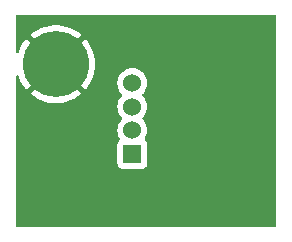
<source format=gtl>
G04 #@! TF.GenerationSoftware,KiCad,Pcbnew,8.0.4-8.0.4-0~ubuntu24.04.1*
G04 #@! TF.CreationDate,2024-09-02T11:32:13+02:00*
G04 #@! TF.ProjectId,avos_mini_tapper_coils,61766f73-5f6d-4696-9e69-5f7461707065,rev?*
G04 #@! TF.SameCoordinates,Original*
G04 #@! TF.FileFunction,Copper,L1,Top*
G04 #@! TF.FilePolarity,Positive*
%FSLAX46Y46*%
G04 Gerber Fmt 4.6, Leading zero omitted, Abs format (unit mm)*
G04 Created by KiCad (PCBNEW 8.0.4-8.0.4-0~ubuntu24.04.1) date 2024-09-02 11:32:13*
%MOMM*%
%LPD*%
G01*
G04 APERTURE LIST*
G04 #@! TA.AperFunction,ComponentPad*
%ADD10C,5.600000*%
G04 #@! TD*
G04 #@! TA.AperFunction,ComponentPad*
%ADD11R,1.524000X1.524000*%
G04 #@! TD*
G04 #@! TA.AperFunction,ComponentPad*
%ADD12C,1.524000*%
G04 #@! TD*
G04 APERTURE END LIST*
D10*
X110880000Y-98690000D03*
D11*
X117355000Y-106290000D03*
D12*
X117355000Y-104290000D03*
X117355000Y-102290000D03*
X117355000Y-100290000D03*
G04 #@! TA.AperFunction,Conductor*
G36*
X129375554Y-94500228D02*
G01*
X129442585Y-94519942D01*
X129488317Y-94572766D01*
X129499500Y-94624228D01*
X129499500Y-112375500D01*
X129479815Y-112442539D01*
X129427011Y-112488294D01*
X129375500Y-112499500D01*
X107624500Y-112499500D01*
X107557461Y-112479815D01*
X107511706Y-112427011D01*
X107500500Y-112375500D01*
X107500500Y-99763396D01*
X107520185Y-99696357D01*
X107572989Y-99650602D01*
X107642147Y-99640658D01*
X107705703Y-99669683D01*
X107743477Y-99728461D01*
X107743980Y-99730223D01*
X107748147Y-99745232D01*
X107748149Y-99745239D01*
X107880597Y-100077659D01*
X107880606Y-100077677D01*
X108048218Y-100393827D01*
X108249024Y-100689994D01*
X108249035Y-100690008D01*
X108376441Y-100840002D01*
X108376442Y-100840002D01*
X109585747Y-99630697D01*
X109659588Y-99732330D01*
X109837670Y-99910412D01*
X109939300Y-99984251D01*
X108727257Y-101196294D01*
X108740495Y-101208836D01*
X109025367Y-101425388D01*
X109025370Y-101425390D01*
X109331990Y-101609876D01*
X109656739Y-101760122D01*
X109656744Y-101760123D01*
X109995855Y-101874383D01*
X110345339Y-101951311D01*
X110701075Y-101989999D01*
X110701085Y-101990000D01*
X111058915Y-101990000D01*
X111058924Y-101989999D01*
X111414660Y-101951311D01*
X111764144Y-101874383D01*
X112103255Y-101760123D01*
X112103260Y-101760122D01*
X112428009Y-101609876D01*
X112734629Y-101425390D01*
X112734632Y-101425388D01*
X113019509Y-101208831D01*
X113032742Y-101196295D01*
X113032742Y-101196294D01*
X111820699Y-99984251D01*
X111922330Y-99910412D01*
X112100412Y-99732330D01*
X112174251Y-99630698D01*
X113383556Y-100840002D01*
X113510972Y-100689998D01*
X113510975Y-100689994D01*
X113711781Y-100393827D01*
X113766828Y-100289997D01*
X116087677Y-100289997D01*
X116087677Y-100290002D01*
X116106929Y-100510062D01*
X116106930Y-100510070D01*
X116164104Y-100723445D01*
X116164105Y-100723447D01*
X116164106Y-100723450D01*
X116218455Y-100840002D01*
X116257466Y-100923662D01*
X116257468Y-100923666D01*
X116384170Y-101104615D01*
X116384175Y-101104621D01*
X116481872Y-101202318D01*
X116515357Y-101263641D01*
X116510373Y-101333333D01*
X116481873Y-101377680D01*
X116384172Y-101475381D01*
X116257466Y-101656338D01*
X116257465Y-101656340D01*
X116164107Y-101856548D01*
X116164104Y-101856554D01*
X116106930Y-102069929D01*
X116106929Y-102069937D01*
X116087677Y-102289997D01*
X116087677Y-102290002D01*
X116106929Y-102510062D01*
X116106930Y-102510070D01*
X116164104Y-102723445D01*
X116164105Y-102723447D01*
X116164106Y-102723450D01*
X116257466Y-102923662D01*
X116257468Y-102923666D01*
X116384170Y-103104615D01*
X116384175Y-103104621D01*
X116481872Y-103202318D01*
X116515357Y-103263641D01*
X116510373Y-103333333D01*
X116481873Y-103377680D01*
X116384172Y-103475381D01*
X116257466Y-103656338D01*
X116257465Y-103656340D01*
X116164107Y-103856548D01*
X116164104Y-103856554D01*
X116106930Y-104069929D01*
X116106929Y-104069937D01*
X116087677Y-104289997D01*
X116087677Y-104290002D01*
X116106929Y-104510062D01*
X116106930Y-104510070D01*
X116164104Y-104723445D01*
X116164105Y-104723447D01*
X116164106Y-104723450D01*
X116257466Y-104923662D01*
X116294371Y-104976368D01*
X116316698Y-105042573D01*
X116299688Y-105110341D01*
X116267109Y-105146756D01*
X116235454Y-105170453D01*
X116235452Y-105170455D01*
X116149206Y-105285664D01*
X116149202Y-105285671D01*
X116098908Y-105420517D01*
X116092501Y-105480116D01*
X116092501Y-105480123D01*
X116092500Y-105480135D01*
X116092500Y-107099870D01*
X116092501Y-107099876D01*
X116098908Y-107159483D01*
X116149202Y-107294328D01*
X116149206Y-107294335D01*
X116235452Y-107409544D01*
X116235455Y-107409547D01*
X116350664Y-107495793D01*
X116350671Y-107495797D01*
X116485517Y-107546091D01*
X116485516Y-107546091D01*
X116492444Y-107546835D01*
X116545127Y-107552500D01*
X118164872Y-107552499D01*
X118224483Y-107546091D01*
X118359331Y-107495796D01*
X118474546Y-107409546D01*
X118560796Y-107294331D01*
X118611091Y-107159483D01*
X118617500Y-107099873D01*
X118617499Y-105480128D01*
X118611091Y-105420517D01*
X118560796Y-105285669D01*
X118560795Y-105285668D01*
X118560793Y-105285664D01*
X118474547Y-105170455D01*
X118474544Y-105170453D01*
X118442890Y-105146756D01*
X118401021Y-105090823D01*
X118396037Y-105021131D01*
X118415629Y-104976367D01*
X118452534Y-104923662D01*
X118545894Y-104723450D01*
X118603070Y-104510068D01*
X118622323Y-104290000D01*
X118603070Y-104069932D01*
X118545894Y-103856550D01*
X118452534Y-103656339D01*
X118325826Y-103475380D01*
X118325824Y-103475377D01*
X118228127Y-103377680D01*
X118194642Y-103316357D01*
X118199626Y-103246665D01*
X118228123Y-103202322D01*
X118325826Y-103104620D01*
X118452534Y-102923662D01*
X118545894Y-102723450D01*
X118603070Y-102510068D01*
X118622323Y-102290000D01*
X118603070Y-102069932D01*
X118545894Y-101856550D01*
X118452534Y-101656339D01*
X118325826Y-101475380D01*
X118325824Y-101475377D01*
X118228127Y-101377680D01*
X118194642Y-101316357D01*
X118199626Y-101246665D01*
X118228123Y-101202322D01*
X118325826Y-101104620D01*
X118452534Y-100923662D01*
X118545894Y-100723450D01*
X118603070Y-100510068D01*
X118622323Y-100290000D01*
X118603070Y-100069932D01*
X118545894Y-99856550D01*
X118452534Y-99656339D01*
X118325826Y-99475380D01*
X118169620Y-99319174D01*
X118169616Y-99319171D01*
X118169615Y-99319170D01*
X117988666Y-99192468D01*
X117988662Y-99192466D01*
X117988660Y-99192465D01*
X117788450Y-99099106D01*
X117788447Y-99099105D01*
X117788445Y-99099104D01*
X117575070Y-99041930D01*
X117575062Y-99041929D01*
X117355002Y-99022677D01*
X117354998Y-99022677D01*
X117134937Y-99041929D01*
X117134929Y-99041930D01*
X116921554Y-99099104D01*
X116921548Y-99099107D01*
X116721340Y-99192465D01*
X116721338Y-99192466D01*
X116540377Y-99319175D01*
X116384175Y-99475377D01*
X116257466Y-99656338D01*
X116257465Y-99656340D01*
X116164107Y-99856548D01*
X116164104Y-99856554D01*
X116106930Y-100069929D01*
X116106929Y-100069937D01*
X116087677Y-100289997D01*
X113766828Y-100289997D01*
X113879393Y-100077677D01*
X113879402Y-100077659D01*
X114011850Y-99745239D01*
X114011852Y-99745232D01*
X114107578Y-99400457D01*
X114107584Y-99400431D01*
X114165472Y-99047331D01*
X114165473Y-99047314D01*
X114184847Y-98690002D01*
X114184847Y-98689997D01*
X114165473Y-98332685D01*
X114165472Y-98332668D01*
X114107584Y-97979568D01*
X114107578Y-97979542D01*
X114011852Y-97634767D01*
X114011850Y-97634760D01*
X113879402Y-97302340D01*
X113879393Y-97302322D01*
X113711781Y-96986172D01*
X113510975Y-96690005D01*
X113510964Y-96689991D01*
X113383556Y-96539996D01*
X112174251Y-97749301D01*
X112100412Y-97647670D01*
X111922330Y-97469588D01*
X111820698Y-97395748D01*
X113032742Y-96183704D01*
X113019504Y-96171163D01*
X112734632Y-95954611D01*
X112734629Y-95954609D01*
X112428009Y-95770123D01*
X112103260Y-95619877D01*
X112103255Y-95619876D01*
X111764144Y-95505616D01*
X111414660Y-95428688D01*
X111058924Y-95390000D01*
X110701075Y-95390000D01*
X110345339Y-95428688D01*
X109995855Y-95505616D01*
X109656744Y-95619876D01*
X109656739Y-95619877D01*
X109331990Y-95770123D01*
X109025370Y-95954609D01*
X109025367Y-95954611D01*
X108740486Y-96171170D01*
X108740485Y-96171171D01*
X108727257Y-96183702D01*
X108727256Y-96183703D01*
X109939301Y-97395748D01*
X109837670Y-97469588D01*
X109659588Y-97647670D01*
X109585748Y-97749301D01*
X108376442Y-96539995D01*
X108376441Y-96539996D01*
X108249033Y-96689992D01*
X108048218Y-96986172D01*
X107880606Y-97302322D01*
X107880597Y-97302340D01*
X107748149Y-97634759D01*
X107743980Y-97649778D01*
X107707077Y-97709107D01*
X107643957Y-97739067D01*
X107574659Y-97730145D01*
X107521185Y-97685175D01*
X107500514Y-97618433D01*
X107500500Y-97616603D01*
X107500500Y-94614770D01*
X107520185Y-94547731D01*
X107572989Y-94501976D01*
X107624549Y-94490770D01*
X129375554Y-94500228D01*
G37*
G04 #@! TD.AperFunction*
M02*

</source>
